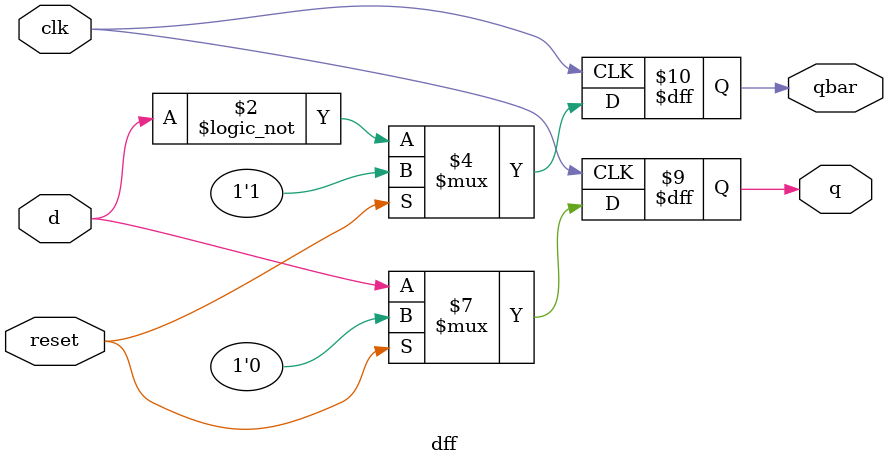
<source format=v>
module dff( output reg q,qbar, input d,clk,reset );
  
  
  
  always @ ( posedge clk )
  begin
      if(reset)
      begin
        q<=0;
        qbar<=1;
      end
      else
      begin
        q<=d;
        qbar<=!d;
      end
  end
endmodule

</source>
